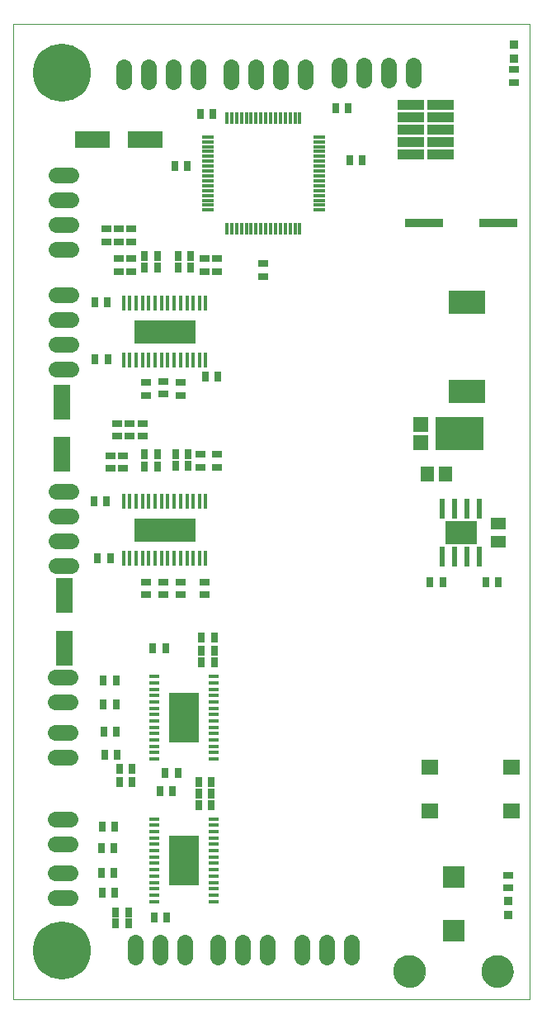
<source format=gbs>
G75*
%MOIN*%
%OFA0B0*%
%FSLAX25Y25*%
%IPPOS*%
%LPD*%
%AMOC8*
5,1,8,0,0,1.08239X$1,22.5*
%
%ADD10C,0.00000*%
%ADD11R,0.04337X0.01778*%
%ADD12R,0.12211X0.20085*%
%ADD13R,0.03156X0.03943*%
%ADD14R,0.01800X0.06200*%
%ADD15R,0.24700X0.09800*%
%ADD16R,0.03943X0.03156*%
%ADD17C,0.06400*%
%ADD18R,0.14180X0.06699*%
%ADD19R,0.06699X0.14180*%
%ADD20R,0.05124X0.01581*%
%ADD21R,0.01581X0.05124*%
%ADD22R,0.06100X0.04800*%
%ADD23R,0.15600X0.03500*%
%ADD24R,0.05518X0.06306*%
%ADD25R,0.05900X0.05900*%
%ADD26R,0.19500X0.13600*%
%ADD27R,0.03550X0.03550*%
%ADD28R,0.02200X0.08200*%
%ADD29R,0.12600X0.09800*%
%ADD30R,0.14573X0.09455*%
%ADD31R,0.06700X0.05912*%
%ADD32R,0.10900X0.03900*%
%ADD33R,0.08668X0.08668*%
%ADD34C,0.12998*%
%ADD35C,0.23400*%
D10*
X0034894Y0034921D02*
X0034894Y0428622D01*
X0243555Y0428622D01*
X0243555Y0034921D01*
X0034894Y0034921D01*
X0188831Y0046339D02*
X0188833Y0046497D01*
X0188839Y0046655D01*
X0188849Y0046813D01*
X0188863Y0046971D01*
X0188881Y0047128D01*
X0188902Y0047285D01*
X0188928Y0047441D01*
X0188958Y0047597D01*
X0188991Y0047752D01*
X0189029Y0047905D01*
X0189070Y0048058D01*
X0189115Y0048210D01*
X0189164Y0048361D01*
X0189217Y0048510D01*
X0189273Y0048658D01*
X0189333Y0048804D01*
X0189397Y0048949D01*
X0189465Y0049092D01*
X0189536Y0049234D01*
X0189610Y0049374D01*
X0189688Y0049511D01*
X0189770Y0049647D01*
X0189854Y0049781D01*
X0189943Y0049912D01*
X0190034Y0050041D01*
X0190129Y0050168D01*
X0190226Y0050293D01*
X0190327Y0050415D01*
X0190431Y0050534D01*
X0190538Y0050651D01*
X0190648Y0050765D01*
X0190761Y0050876D01*
X0190876Y0050985D01*
X0190994Y0051090D01*
X0191115Y0051192D01*
X0191238Y0051292D01*
X0191364Y0051388D01*
X0191492Y0051481D01*
X0191622Y0051571D01*
X0191755Y0051657D01*
X0191890Y0051741D01*
X0192026Y0051820D01*
X0192165Y0051897D01*
X0192306Y0051969D01*
X0192448Y0052039D01*
X0192592Y0052104D01*
X0192738Y0052166D01*
X0192885Y0052224D01*
X0193034Y0052279D01*
X0193184Y0052330D01*
X0193335Y0052377D01*
X0193487Y0052420D01*
X0193640Y0052459D01*
X0193795Y0052495D01*
X0193950Y0052526D01*
X0194106Y0052554D01*
X0194262Y0052578D01*
X0194419Y0052598D01*
X0194577Y0052614D01*
X0194734Y0052626D01*
X0194893Y0052634D01*
X0195051Y0052638D01*
X0195209Y0052638D01*
X0195367Y0052634D01*
X0195526Y0052626D01*
X0195683Y0052614D01*
X0195841Y0052598D01*
X0195998Y0052578D01*
X0196154Y0052554D01*
X0196310Y0052526D01*
X0196465Y0052495D01*
X0196620Y0052459D01*
X0196773Y0052420D01*
X0196925Y0052377D01*
X0197076Y0052330D01*
X0197226Y0052279D01*
X0197375Y0052224D01*
X0197522Y0052166D01*
X0197668Y0052104D01*
X0197812Y0052039D01*
X0197954Y0051969D01*
X0198095Y0051897D01*
X0198234Y0051820D01*
X0198370Y0051741D01*
X0198505Y0051657D01*
X0198638Y0051571D01*
X0198768Y0051481D01*
X0198896Y0051388D01*
X0199022Y0051292D01*
X0199145Y0051192D01*
X0199266Y0051090D01*
X0199384Y0050985D01*
X0199499Y0050876D01*
X0199612Y0050765D01*
X0199722Y0050651D01*
X0199829Y0050534D01*
X0199933Y0050415D01*
X0200034Y0050293D01*
X0200131Y0050168D01*
X0200226Y0050041D01*
X0200317Y0049912D01*
X0200406Y0049781D01*
X0200490Y0049647D01*
X0200572Y0049511D01*
X0200650Y0049374D01*
X0200724Y0049234D01*
X0200795Y0049092D01*
X0200863Y0048949D01*
X0200927Y0048804D01*
X0200987Y0048658D01*
X0201043Y0048510D01*
X0201096Y0048361D01*
X0201145Y0048210D01*
X0201190Y0048058D01*
X0201231Y0047905D01*
X0201269Y0047752D01*
X0201302Y0047597D01*
X0201332Y0047441D01*
X0201358Y0047285D01*
X0201379Y0047128D01*
X0201397Y0046971D01*
X0201411Y0046813D01*
X0201421Y0046655D01*
X0201427Y0046497D01*
X0201429Y0046339D01*
X0201427Y0046181D01*
X0201421Y0046023D01*
X0201411Y0045865D01*
X0201397Y0045707D01*
X0201379Y0045550D01*
X0201358Y0045393D01*
X0201332Y0045237D01*
X0201302Y0045081D01*
X0201269Y0044926D01*
X0201231Y0044773D01*
X0201190Y0044620D01*
X0201145Y0044468D01*
X0201096Y0044317D01*
X0201043Y0044168D01*
X0200987Y0044020D01*
X0200927Y0043874D01*
X0200863Y0043729D01*
X0200795Y0043586D01*
X0200724Y0043444D01*
X0200650Y0043304D01*
X0200572Y0043167D01*
X0200490Y0043031D01*
X0200406Y0042897D01*
X0200317Y0042766D01*
X0200226Y0042637D01*
X0200131Y0042510D01*
X0200034Y0042385D01*
X0199933Y0042263D01*
X0199829Y0042144D01*
X0199722Y0042027D01*
X0199612Y0041913D01*
X0199499Y0041802D01*
X0199384Y0041693D01*
X0199266Y0041588D01*
X0199145Y0041486D01*
X0199022Y0041386D01*
X0198896Y0041290D01*
X0198768Y0041197D01*
X0198638Y0041107D01*
X0198505Y0041021D01*
X0198370Y0040937D01*
X0198234Y0040858D01*
X0198095Y0040781D01*
X0197954Y0040709D01*
X0197812Y0040639D01*
X0197668Y0040574D01*
X0197522Y0040512D01*
X0197375Y0040454D01*
X0197226Y0040399D01*
X0197076Y0040348D01*
X0196925Y0040301D01*
X0196773Y0040258D01*
X0196620Y0040219D01*
X0196465Y0040183D01*
X0196310Y0040152D01*
X0196154Y0040124D01*
X0195998Y0040100D01*
X0195841Y0040080D01*
X0195683Y0040064D01*
X0195526Y0040052D01*
X0195367Y0040044D01*
X0195209Y0040040D01*
X0195051Y0040040D01*
X0194893Y0040044D01*
X0194734Y0040052D01*
X0194577Y0040064D01*
X0194419Y0040080D01*
X0194262Y0040100D01*
X0194106Y0040124D01*
X0193950Y0040152D01*
X0193795Y0040183D01*
X0193640Y0040219D01*
X0193487Y0040258D01*
X0193335Y0040301D01*
X0193184Y0040348D01*
X0193034Y0040399D01*
X0192885Y0040454D01*
X0192738Y0040512D01*
X0192592Y0040574D01*
X0192448Y0040639D01*
X0192306Y0040709D01*
X0192165Y0040781D01*
X0192026Y0040858D01*
X0191890Y0040937D01*
X0191755Y0041021D01*
X0191622Y0041107D01*
X0191492Y0041197D01*
X0191364Y0041290D01*
X0191238Y0041386D01*
X0191115Y0041486D01*
X0190994Y0041588D01*
X0190876Y0041693D01*
X0190761Y0041802D01*
X0190648Y0041913D01*
X0190538Y0042027D01*
X0190431Y0042144D01*
X0190327Y0042263D01*
X0190226Y0042385D01*
X0190129Y0042510D01*
X0190034Y0042637D01*
X0189943Y0042766D01*
X0189854Y0042897D01*
X0189770Y0043031D01*
X0189688Y0043167D01*
X0189610Y0043304D01*
X0189536Y0043444D01*
X0189465Y0043586D01*
X0189397Y0043729D01*
X0189333Y0043874D01*
X0189273Y0044020D01*
X0189217Y0044168D01*
X0189164Y0044317D01*
X0189115Y0044468D01*
X0189070Y0044620D01*
X0189029Y0044773D01*
X0188991Y0044926D01*
X0188958Y0045081D01*
X0188928Y0045237D01*
X0188902Y0045393D01*
X0188881Y0045550D01*
X0188863Y0045707D01*
X0188849Y0045865D01*
X0188839Y0046023D01*
X0188833Y0046181D01*
X0188831Y0046339D01*
X0224264Y0046339D02*
X0224266Y0046497D01*
X0224272Y0046655D01*
X0224282Y0046813D01*
X0224296Y0046971D01*
X0224314Y0047128D01*
X0224335Y0047285D01*
X0224361Y0047441D01*
X0224391Y0047597D01*
X0224424Y0047752D01*
X0224462Y0047905D01*
X0224503Y0048058D01*
X0224548Y0048210D01*
X0224597Y0048361D01*
X0224650Y0048510D01*
X0224706Y0048658D01*
X0224766Y0048804D01*
X0224830Y0048949D01*
X0224898Y0049092D01*
X0224969Y0049234D01*
X0225043Y0049374D01*
X0225121Y0049511D01*
X0225203Y0049647D01*
X0225287Y0049781D01*
X0225376Y0049912D01*
X0225467Y0050041D01*
X0225562Y0050168D01*
X0225659Y0050293D01*
X0225760Y0050415D01*
X0225864Y0050534D01*
X0225971Y0050651D01*
X0226081Y0050765D01*
X0226194Y0050876D01*
X0226309Y0050985D01*
X0226427Y0051090D01*
X0226548Y0051192D01*
X0226671Y0051292D01*
X0226797Y0051388D01*
X0226925Y0051481D01*
X0227055Y0051571D01*
X0227188Y0051657D01*
X0227323Y0051741D01*
X0227459Y0051820D01*
X0227598Y0051897D01*
X0227739Y0051969D01*
X0227881Y0052039D01*
X0228025Y0052104D01*
X0228171Y0052166D01*
X0228318Y0052224D01*
X0228467Y0052279D01*
X0228617Y0052330D01*
X0228768Y0052377D01*
X0228920Y0052420D01*
X0229073Y0052459D01*
X0229228Y0052495D01*
X0229383Y0052526D01*
X0229539Y0052554D01*
X0229695Y0052578D01*
X0229852Y0052598D01*
X0230010Y0052614D01*
X0230167Y0052626D01*
X0230326Y0052634D01*
X0230484Y0052638D01*
X0230642Y0052638D01*
X0230800Y0052634D01*
X0230959Y0052626D01*
X0231116Y0052614D01*
X0231274Y0052598D01*
X0231431Y0052578D01*
X0231587Y0052554D01*
X0231743Y0052526D01*
X0231898Y0052495D01*
X0232053Y0052459D01*
X0232206Y0052420D01*
X0232358Y0052377D01*
X0232509Y0052330D01*
X0232659Y0052279D01*
X0232808Y0052224D01*
X0232955Y0052166D01*
X0233101Y0052104D01*
X0233245Y0052039D01*
X0233387Y0051969D01*
X0233528Y0051897D01*
X0233667Y0051820D01*
X0233803Y0051741D01*
X0233938Y0051657D01*
X0234071Y0051571D01*
X0234201Y0051481D01*
X0234329Y0051388D01*
X0234455Y0051292D01*
X0234578Y0051192D01*
X0234699Y0051090D01*
X0234817Y0050985D01*
X0234932Y0050876D01*
X0235045Y0050765D01*
X0235155Y0050651D01*
X0235262Y0050534D01*
X0235366Y0050415D01*
X0235467Y0050293D01*
X0235564Y0050168D01*
X0235659Y0050041D01*
X0235750Y0049912D01*
X0235839Y0049781D01*
X0235923Y0049647D01*
X0236005Y0049511D01*
X0236083Y0049374D01*
X0236157Y0049234D01*
X0236228Y0049092D01*
X0236296Y0048949D01*
X0236360Y0048804D01*
X0236420Y0048658D01*
X0236476Y0048510D01*
X0236529Y0048361D01*
X0236578Y0048210D01*
X0236623Y0048058D01*
X0236664Y0047905D01*
X0236702Y0047752D01*
X0236735Y0047597D01*
X0236765Y0047441D01*
X0236791Y0047285D01*
X0236812Y0047128D01*
X0236830Y0046971D01*
X0236844Y0046813D01*
X0236854Y0046655D01*
X0236860Y0046497D01*
X0236862Y0046339D01*
X0236860Y0046181D01*
X0236854Y0046023D01*
X0236844Y0045865D01*
X0236830Y0045707D01*
X0236812Y0045550D01*
X0236791Y0045393D01*
X0236765Y0045237D01*
X0236735Y0045081D01*
X0236702Y0044926D01*
X0236664Y0044773D01*
X0236623Y0044620D01*
X0236578Y0044468D01*
X0236529Y0044317D01*
X0236476Y0044168D01*
X0236420Y0044020D01*
X0236360Y0043874D01*
X0236296Y0043729D01*
X0236228Y0043586D01*
X0236157Y0043444D01*
X0236083Y0043304D01*
X0236005Y0043167D01*
X0235923Y0043031D01*
X0235839Y0042897D01*
X0235750Y0042766D01*
X0235659Y0042637D01*
X0235564Y0042510D01*
X0235467Y0042385D01*
X0235366Y0042263D01*
X0235262Y0042144D01*
X0235155Y0042027D01*
X0235045Y0041913D01*
X0234932Y0041802D01*
X0234817Y0041693D01*
X0234699Y0041588D01*
X0234578Y0041486D01*
X0234455Y0041386D01*
X0234329Y0041290D01*
X0234201Y0041197D01*
X0234071Y0041107D01*
X0233938Y0041021D01*
X0233803Y0040937D01*
X0233667Y0040858D01*
X0233528Y0040781D01*
X0233387Y0040709D01*
X0233245Y0040639D01*
X0233101Y0040574D01*
X0232955Y0040512D01*
X0232808Y0040454D01*
X0232659Y0040399D01*
X0232509Y0040348D01*
X0232358Y0040301D01*
X0232206Y0040258D01*
X0232053Y0040219D01*
X0231898Y0040183D01*
X0231743Y0040152D01*
X0231587Y0040124D01*
X0231431Y0040100D01*
X0231274Y0040080D01*
X0231116Y0040064D01*
X0230959Y0040052D01*
X0230800Y0040044D01*
X0230642Y0040040D01*
X0230484Y0040040D01*
X0230326Y0040044D01*
X0230167Y0040052D01*
X0230010Y0040064D01*
X0229852Y0040080D01*
X0229695Y0040100D01*
X0229539Y0040124D01*
X0229383Y0040152D01*
X0229228Y0040183D01*
X0229073Y0040219D01*
X0228920Y0040258D01*
X0228768Y0040301D01*
X0228617Y0040348D01*
X0228467Y0040399D01*
X0228318Y0040454D01*
X0228171Y0040512D01*
X0228025Y0040574D01*
X0227881Y0040639D01*
X0227739Y0040709D01*
X0227598Y0040781D01*
X0227459Y0040858D01*
X0227323Y0040937D01*
X0227188Y0041021D01*
X0227055Y0041107D01*
X0226925Y0041197D01*
X0226797Y0041290D01*
X0226671Y0041386D01*
X0226548Y0041486D01*
X0226427Y0041588D01*
X0226309Y0041693D01*
X0226194Y0041802D01*
X0226081Y0041913D01*
X0225971Y0042027D01*
X0225864Y0042144D01*
X0225760Y0042263D01*
X0225659Y0042385D01*
X0225562Y0042510D01*
X0225467Y0042637D01*
X0225376Y0042766D01*
X0225287Y0042897D01*
X0225203Y0043031D01*
X0225121Y0043167D01*
X0225043Y0043304D01*
X0224969Y0043444D01*
X0224898Y0043586D01*
X0224830Y0043729D01*
X0224766Y0043874D01*
X0224706Y0044020D01*
X0224650Y0044168D01*
X0224597Y0044317D01*
X0224548Y0044468D01*
X0224503Y0044620D01*
X0224462Y0044773D01*
X0224424Y0044926D01*
X0224391Y0045081D01*
X0224361Y0045237D01*
X0224335Y0045393D01*
X0224314Y0045550D01*
X0224296Y0045707D01*
X0224282Y0045865D01*
X0224272Y0046023D01*
X0224266Y0046181D01*
X0224264Y0046339D01*
D11*
X0116156Y0074563D03*
X0116156Y0077122D03*
X0116156Y0079681D03*
X0116156Y0082240D03*
X0116156Y0084799D03*
X0116156Y0087358D03*
X0116156Y0089917D03*
X0116156Y0092476D03*
X0116156Y0095035D03*
X0116156Y0097594D03*
X0116156Y0100154D03*
X0116156Y0102713D03*
X0116156Y0105272D03*
X0116156Y0107831D03*
X0116156Y0132063D03*
X0116156Y0134622D03*
X0116156Y0137181D03*
X0116156Y0139740D03*
X0116156Y0142299D03*
X0116156Y0144858D03*
X0116156Y0147417D03*
X0116156Y0149976D03*
X0116156Y0152535D03*
X0116156Y0155094D03*
X0116156Y0157654D03*
X0116156Y0160213D03*
X0116156Y0162772D03*
X0116156Y0165331D03*
X0091844Y0165331D03*
X0091844Y0162772D03*
X0091844Y0160213D03*
X0091844Y0157654D03*
X0091844Y0155094D03*
X0091844Y0152535D03*
X0091844Y0149976D03*
X0091844Y0147417D03*
X0091844Y0144858D03*
X0091844Y0142299D03*
X0091844Y0139740D03*
X0091844Y0137181D03*
X0091844Y0134622D03*
X0091844Y0132063D03*
X0091844Y0107831D03*
X0091844Y0105272D03*
X0091844Y0102713D03*
X0091844Y0100154D03*
X0091844Y0097594D03*
X0091844Y0095035D03*
X0091844Y0092476D03*
X0091844Y0089917D03*
X0091844Y0087358D03*
X0091844Y0084799D03*
X0091844Y0082240D03*
X0091844Y0079681D03*
X0091844Y0077122D03*
X0091844Y0074563D03*
D12*
X0104000Y0091197D03*
X0104000Y0148697D03*
D13*
X0111075Y0171142D03*
X0111075Y0175866D03*
X0111091Y0181028D03*
X0116209Y0181028D03*
X0116193Y0175866D03*
X0116193Y0171142D03*
X0101559Y0126559D03*
X0096441Y0126559D03*
X0094260Y0118921D03*
X0099378Y0118921D03*
X0109894Y0117992D03*
X0109894Y0113268D03*
X0115012Y0113268D03*
X0115012Y0117992D03*
X0114984Y0122858D03*
X0109866Y0122858D03*
X0096559Y0176697D03*
X0091441Y0176697D03*
X0076559Y0163697D03*
X0071441Y0163697D03*
X0071441Y0154197D03*
X0071547Y0143197D03*
X0076665Y0143197D03*
X0076559Y0154197D03*
X0077059Y0133697D03*
X0077941Y0128197D03*
X0077941Y0122697D03*
X0083059Y0122697D03*
X0083059Y0128197D03*
X0071941Y0133697D03*
X0070941Y0104697D03*
X0076059Y0104697D03*
X0075665Y0096197D03*
X0075665Y0086197D03*
X0070547Y0086197D03*
X0070547Y0096197D03*
X0070941Y0078197D03*
X0076059Y0078197D03*
X0076441Y0070197D03*
X0076441Y0065697D03*
X0081559Y0065697D03*
X0081559Y0070197D03*
X0091941Y0068197D03*
X0097059Y0068197D03*
X0074260Y0212961D03*
X0069142Y0212961D03*
X0067642Y0235961D03*
X0072760Y0235961D03*
X0088142Y0249961D03*
X0088142Y0254961D03*
X0093260Y0254961D03*
X0093260Y0249961D03*
X0100642Y0250461D03*
X0100642Y0254961D03*
X0105760Y0254961D03*
X0105760Y0250461D03*
X0112642Y0286461D03*
X0117760Y0286461D03*
X0106760Y0330461D03*
X0106760Y0334961D03*
X0101642Y0334961D03*
X0101642Y0330461D03*
X0093260Y0330461D03*
X0093260Y0334961D03*
X0088142Y0334961D03*
X0088142Y0330461D03*
X0072972Y0316461D03*
X0067854Y0316461D03*
X0068142Y0293461D03*
X0073260Y0293461D03*
X0100315Y0371264D03*
X0105433Y0371264D03*
X0110681Y0392402D03*
X0115799Y0392402D03*
X0165193Y0394756D03*
X0170311Y0394756D03*
X0170843Y0373768D03*
X0175961Y0373768D03*
X0203398Y0203386D03*
X0208516Y0203386D03*
X0225898Y0203386D03*
X0231016Y0203386D03*
D14*
X0112801Y0212961D03*
X0110301Y0212961D03*
X0107701Y0212961D03*
X0105201Y0212961D03*
X0102601Y0212961D03*
X0100001Y0212961D03*
X0097501Y0212961D03*
X0094901Y0212961D03*
X0092401Y0212961D03*
X0089801Y0212961D03*
X0087201Y0212961D03*
X0084701Y0212961D03*
X0082101Y0212961D03*
X0079601Y0212961D03*
X0079601Y0235961D03*
X0082101Y0235961D03*
X0084701Y0235961D03*
X0087201Y0235961D03*
X0089801Y0235961D03*
X0092401Y0235961D03*
X0094901Y0235961D03*
X0097501Y0235961D03*
X0100001Y0235961D03*
X0102601Y0235961D03*
X0105201Y0235961D03*
X0107701Y0235961D03*
X0110301Y0235961D03*
X0112801Y0235961D03*
X0112801Y0292961D03*
X0110301Y0292961D03*
X0107701Y0292961D03*
X0105201Y0292961D03*
X0102601Y0292961D03*
X0100001Y0292961D03*
X0097501Y0292961D03*
X0094901Y0292961D03*
X0092401Y0292961D03*
X0089801Y0292961D03*
X0087201Y0292961D03*
X0084701Y0292961D03*
X0082101Y0292961D03*
X0079601Y0292961D03*
X0079601Y0315961D03*
X0082101Y0315961D03*
X0084701Y0315961D03*
X0087201Y0315961D03*
X0089801Y0315961D03*
X0092401Y0315961D03*
X0094901Y0315961D03*
X0097501Y0315961D03*
X0100001Y0315961D03*
X0102601Y0315961D03*
X0105201Y0315961D03*
X0107701Y0315961D03*
X0110301Y0315961D03*
X0112801Y0315961D03*
D15*
X0096201Y0304461D03*
X0096201Y0224461D03*
D16*
X0095701Y0203520D03*
X0095701Y0198402D03*
X0088701Y0198402D03*
X0088701Y0203520D03*
X0102701Y0203520D03*
X0102701Y0198402D03*
X0112201Y0198402D03*
X0112201Y0203520D03*
X0110701Y0249902D03*
X0110701Y0255020D03*
X0117201Y0255020D03*
X0117201Y0249902D03*
X0102701Y0278902D03*
X0102701Y0284020D03*
X0095701Y0284520D03*
X0095701Y0279402D03*
X0088701Y0278902D03*
X0088701Y0284020D03*
X0087469Y0267520D03*
X0087469Y0262402D03*
X0082075Y0262402D03*
X0082075Y0267520D03*
X0076969Y0267520D03*
X0076969Y0262402D03*
X0079201Y0254520D03*
X0079201Y0249402D03*
X0074201Y0249402D03*
X0074201Y0254520D03*
X0077701Y0328902D03*
X0077701Y0334020D03*
X0077701Y0340902D03*
X0077701Y0346020D03*
X0082701Y0346020D03*
X0082701Y0340902D03*
X0082701Y0334020D03*
X0082701Y0328902D03*
X0072701Y0340902D03*
X0072701Y0346020D03*
X0112201Y0334020D03*
X0112201Y0328902D03*
X0117201Y0328902D03*
X0117201Y0334020D03*
X0136075Y0331969D03*
X0136075Y0326850D03*
X0237295Y0405197D03*
X0237295Y0410315D03*
X0234894Y0085118D03*
X0234894Y0080000D03*
D17*
X0171665Y0058000D02*
X0171665Y0052000D01*
X0161665Y0052000D02*
X0161665Y0058000D01*
X0151665Y0058000D02*
X0151665Y0052000D01*
X0137807Y0052000D02*
X0137807Y0058000D01*
X0127807Y0058000D02*
X0127807Y0052000D01*
X0117807Y0052000D02*
X0117807Y0058000D01*
X0104343Y0058000D02*
X0104343Y0052000D01*
X0094343Y0052000D02*
X0094343Y0058000D01*
X0084343Y0058000D02*
X0084343Y0052000D01*
X0058000Y0076197D02*
X0052000Y0076197D01*
X0052000Y0086197D02*
X0058000Y0086197D01*
X0058000Y0097697D02*
X0052000Y0097697D01*
X0052000Y0107697D02*
X0058000Y0107697D01*
X0058000Y0132697D02*
X0052000Y0132697D01*
X0052000Y0142697D02*
X0058000Y0142697D01*
X0058000Y0155197D02*
X0052000Y0155197D01*
X0052000Y0165197D02*
X0058000Y0165197D01*
X0058201Y0209961D02*
X0052201Y0209961D01*
X0052201Y0219961D02*
X0058201Y0219961D01*
X0058201Y0229961D02*
X0052201Y0229961D01*
X0052201Y0239961D02*
X0058201Y0239961D01*
X0058201Y0289461D02*
X0052201Y0289461D01*
X0052201Y0299461D02*
X0058201Y0299461D01*
X0058201Y0309461D02*
X0052201Y0309461D01*
X0052201Y0319461D02*
X0058201Y0319461D01*
X0058366Y0337638D02*
X0052366Y0337638D01*
X0052366Y0347638D02*
X0058366Y0347638D01*
X0058366Y0357638D02*
X0052366Y0357638D01*
X0052366Y0367638D02*
X0058366Y0367638D01*
X0079736Y0405543D02*
X0079736Y0411543D01*
X0089736Y0411543D02*
X0089736Y0405543D01*
X0099736Y0405543D02*
X0099736Y0411543D01*
X0109736Y0411543D02*
X0109736Y0405543D01*
X0123043Y0405543D02*
X0123043Y0411543D01*
X0133043Y0411543D02*
X0133043Y0405543D01*
X0143043Y0405543D02*
X0143043Y0411543D01*
X0153043Y0411543D02*
X0153043Y0405543D01*
X0166744Y0405937D02*
X0166744Y0411937D01*
X0176744Y0411937D02*
X0176744Y0405937D01*
X0186744Y0405937D02*
X0186744Y0411937D01*
X0196744Y0411937D02*
X0196744Y0405937D01*
D18*
X0088197Y0382181D03*
X0066937Y0382181D03*
D19*
X0054823Y0276177D03*
X0054823Y0254917D03*
X0055638Y0198165D03*
X0055638Y0176906D03*
D20*
X0113634Y0353622D03*
X0113634Y0355591D03*
X0113634Y0357559D03*
X0113634Y0359528D03*
X0113634Y0361496D03*
X0113634Y0363465D03*
X0113634Y0365433D03*
X0113634Y0367402D03*
X0113634Y0369370D03*
X0113634Y0371339D03*
X0113634Y0373307D03*
X0113634Y0375276D03*
X0113634Y0377244D03*
X0113634Y0379213D03*
X0113634Y0381181D03*
X0113634Y0383150D03*
X0158516Y0383150D03*
X0158516Y0381181D03*
X0158516Y0379213D03*
X0158516Y0377244D03*
X0158516Y0375276D03*
X0158516Y0373307D03*
X0158516Y0371339D03*
X0158516Y0369370D03*
X0158516Y0367402D03*
X0158516Y0365433D03*
X0158516Y0363465D03*
X0158516Y0361496D03*
X0158516Y0359528D03*
X0158516Y0357559D03*
X0158516Y0355591D03*
X0158516Y0353622D03*
D21*
X0150839Y0345945D03*
X0148870Y0345945D03*
X0146902Y0345945D03*
X0144933Y0345945D03*
X0142965Y0345945D03*
X0140996Y0345945D03*
X0139028Y0345945D03*
X0137059Y0345945D03*
X0135091Y0345945D03*
X0133122Y0345945D03*
X0131154Y0345945D03*
X0129185Y0345945D03*
X0127217Y0345945D03*
X0125248Y0345945D03*
X0123280Y0345945D03*
X0121311Y0345945D03*
X0121311Y0390827D03*
X0123280Y0390827D03*
X0125248Y0390827D03*
X0127217Y0390827D03*
X0129185Y0390827D03*
X0131154Y0390827D03*
X0133122Y0390827D03*
X0135091Y0390827D03*
X0137059Y0390827D03*
X0139028Y0390827D03*
X0140996Y0390827D03*
X0142965Y0390827D03*
X0144933Y0390827D03*
X0146902Y0390827D03*
X0148870Y0390827D03*
X0150839Y0390827D03*
D22*
X0230957Y0226936D03*
X0230957Y0219836D03*
D23*
X0231007Y0348386D03*
X0200907Y0348386D03*
D24*
X0202217Y0247136D03*
X0209697Y0247136D03*
D25*
X0199707Y0259764D03*
X0199707Y0267008D03*
D26*
X0215407Y0263386D03*
D27*
X0237384Y0414606D03*
X0237384Y0420512D03*
X0234894Y0074882D03*
X0234894Y0068976D03*
D28*
X0223457Y0213686D03*
X0218457Y0213686D03*
X0213457Y0213686D03*
X0208457Y0213686D03*
X0208457Y0233086D03*
X0213457Y0233086D03*
X0218457Y0233086D03*
X0223457Y0233086D03*
D29*
X0215957Y0223386D03*
D30*
X0218457Y0280276D03*
X0218457Y0316496D03*
D31*
X0203398Y0128819D03*
X0203398Y0111102D03*
X0236469Y0111102D03*
X0236469Y0128819D03*
D32*
X0207823Y0376102D03*
X0207823Y0381102D03*
X0207823Y0386102D03*
X0207823Y0391102D03*
X0207823Y0396102D03*
X0195823Y0396102D03*
X0195823Y0391102D03*
X0195823Y0386102D03*
X0195823Y0381102D03*
X0195823Y0376102D03*
D33*
X0212846Y0084528D03*
X0212846Y0062874D03*
D34*
X0195130Y0046339D03*
X0230563Y0046339D03*
D35*
X0054579Y0054606D03*
X0054579Y0408937D03*
M02*

</source>
